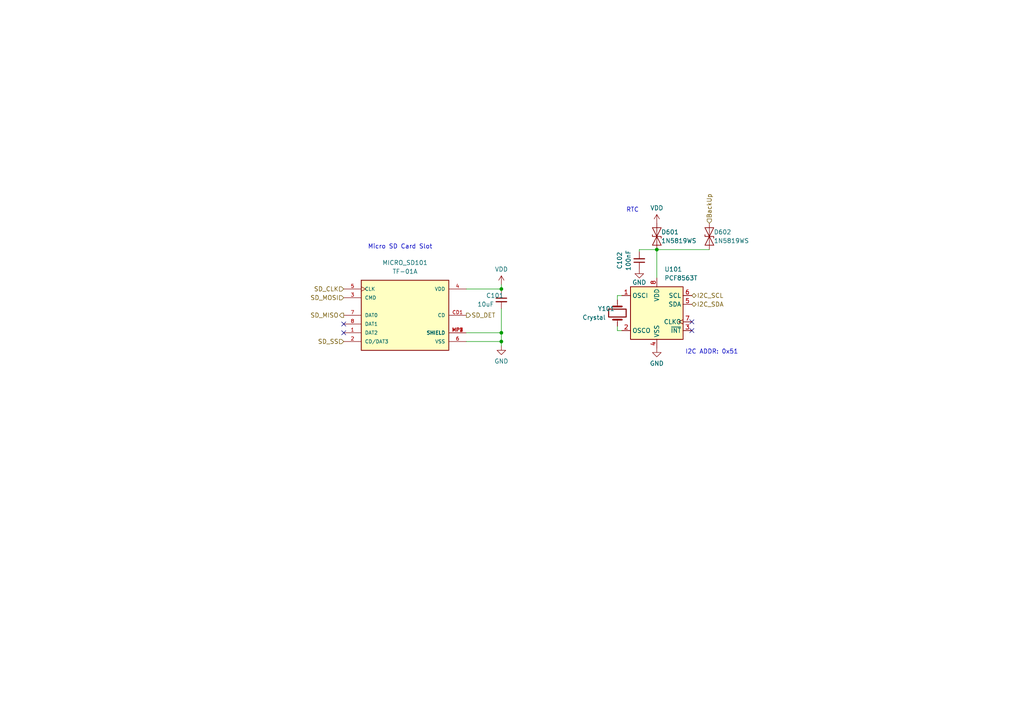
<source format=kicad_sch>
(kicad_sch
	(version 20250114)
	(generator "eeschema")
	(generator_version "9.0")
	(uuid "d339b9d8-51a7-460e-bb19-8d8c25d3e2aa")
	(paper "A4")
	(lib_symbols
		(symbol "Device:C_Small"
			(pin_numbers
				(hide yes)
			)
			(pin_names
				(offset 0.254)
				(hide yes)
			)
			(exclude_from_sim no)
			(in_bom yes)
			(on_board yes)
			(property "Reference" "C"
				(at 0.254 1.778 0)
				(effects
					(font
						(size 1.27 1.27)
					)
					(justify left)
				)
			)
			(property "Value" "C_Small"
				(at 0.254 -2.032 0)
				(effects
					(font
						(size 1.27 1.27)
					)
					(justify left)
				)
			)
			(property "Footprint" ""
				(at 0 0 0)
				(effects
					(font
						(size 1.27 1.27)
					)
					(hide yes)
				)
			)
			(property "Datasheet" "~"
				(at 0 0 0)
				(effects
					(font
						(size 1.27 1.27)
					)
					(hide yes)
				)
			)
			(property "Description" "Unpolarized capacitor, small symbol"
				(at 0 0 0)
				(effects
					(font
						(size 1.27 1.27)
					)
					(hide yes)
				)
			)
			(property "ki_keywords" "capacitor cap"
				(at 0 0 0)
				(effects
					(font
						(size 1.27 1.27)
					)
					(hide yes)
				)
			)
			(property "ki_fp_filters" "C_*"
				(at 0 0 0)
				(effects
					(font
						(size 1.27 1.27)
					)
					(hide yes)
				)
			)
			(symbol "C_Small_0_1"
				(polyline
					(pts
						(xy -1.524 0.508) (xy 1.524 0.508)
					)
					(stroke
						(width 0.3048)
						(type default)
					)
					(fill
						(type none)
					)
				)
				(polyline
					(pts
						(xy -1.524 -0.508) (xy 1.524 -0.508)
					)
					(stroke
						(width 0.3302)
						(type default)
					)
					(fill
						(type none)
					)
				)
			)
			(symbol "C_Small_1_1"
				(pin passive line
					(at 0 2.54 270)
					(length 2.032)
					(name "~"
						(effects
							(font
								(size 1.27 1.27)
							)
						)
					)
					(number "1"
						(effects
							(font
								(size 1.27 1.27)
							)
						)
					)
				)
				(pin passive line
					(at 0 -2.54 90)
					(length 2.032)
					(name "~"
						(effects
							(font
								(size 1.27 1.27)
							)
						)
					)
					(number "2"
						(effects
							(font
								(size 1.27 1.27)
							)
						)
					)
				)
			)
			(embedded_fonts no)
		)
		(symbol "Device:Crystal"
			(pin_numbers
				(hide yes)
			)
			(pin_names
				(offset 1.016)
				(hide yes)
			)
			(exclude_from_sim no)
			(in_bom yes)
			(on_board yes)
			(property "Reference" "Y"
				(at 0 3.81 0)
				(effects
					(font
						(size 1.27 1.27)
					)
				)
			)
			(property "Value" "Crystal"
				(at 0 -3.81 0)
				(effects
					(font
						(size 1.27 1.27)
					)
				)
			)
			(property "Footprint" ""
				(at 0 0 0)
				(effects
					(font
						(size 1.27 1.27)
					)
					(hide yes)
				)
			)
			(property "Datasheet" "~"
				(at 0 0 0)
				(effects
					(font
						(size 1.27 1.27)
					)
					(hide yes)
				)
			)
			(property "Description" "Two pin crystal"
				(at 0 0 0)
				(effects
					(font
						(size 1.27 1.27)
					)
					(hide yes)
				)
			)
			(property "ki_keywords" "quartz ceramic resonator oscillator"
				(at 0 0 0)
				(effects
					(font
						(size 1.27 1.27)
					)
					(hide yes)
				)
			)
			(property "ki_fp_filters" "Crystal*"
				(at 0 0 0)
				(effects
					(font
						(size 1.27 1.27)
					)
					(hide yes)
				)
			)
			(symbol "Crystal_0_1"
				(polyline
					(pts
						(xy -2.54 0) (xy -1.905 0)
					)
					(stroke
						(width 0)
						(type default)
					)
					(fill
						(type none)
					)
				)
				(polyline
					(pts
						(xy -1.905 -1.27) (xy -1.905 1.27)
					)
					(stroke
						(width 0.508)
						(type default)
					)
					(fill
						(type none)
					)
				)
				(rectangle
					(start -1.143 2.54)
					(end 1.143 -2.54)
					(stroke
						(width 0.3048)
						(type default)
					)
					(fill
						(type none)
					)
				)
				(polyline
					(pts
						(xy 1.905 -1.27) (xy 1.905 1.27)
					)
					(stroke
						(width 0.508)
						(type default)
					)
					(fill
						(type none)
					)
				)
				(polyline
					(pts
						(xy 2.54 0) (xy 1.905 0)
					)
					(stroke
						(width 0)
						(type default)
					)
					(fill
						(type none)
					)
				)
			)
			(symbol "Crystal_1_1"
				(pin passive line
					(at -3.81 0 0)
					(length 1.27)
					(name "1"
						(effects
							(font
								(size 1.27 1.27)
							)
						)
					)
					(number "1"
						(effects
							(font
								(size 1.27 1.27)
							)
						)
					)
				)
				(pin passive line
					(at 3.81 0 180)
					(length 1.27)
					(name "2"
						(effects
							(font
								(size 1.27 1.27)
							)
						)
					)
					(number "2"
						(effects
							(font
								(size 1.27 1.27)
							)
						)
					)
				)
			)
			(embedded_fonts no)
		)
		(symbol "Diode:ESD9B5.0ST5G"
			(pin_numbers
				(hide yes)
			)
			(pin_names
				(offset 1.016)
				(hide yes)
			)
			(exclude_from_sim no)
			(in_bom yes)
			(on_board yes)
			(property "Reference" "D"
				(at 0 2.54 0)
				(effects
					(font
						(size 1.27 1.27)
					)
				)
			)
			(property "Value" "ESD9B5.0ST5G"
				(at 0 -2.54 0)
				(effects
					(font
						(size 1.27 1.27)
					)
				)
			)
			(property "Footprint" "Diode_SMD:D_SOD-923"
				(at 0 0 0)
				(effects
					(font
						(size 1.27 1.27)
					)
					(hide yes)
				)
			)
			(property "Datasheet" "https://www.onsemi.com/pub/Collateral/ESD9B-D.PDF"
				(at 0 0 0)
				(effects
					(font
						(size 1.27 1.27)
					)
					(hide yes)
				)
			)
			(property "Description" "ESD protection diode, 5.0Vrwm, SOD-923"
				(at 0 0 0)
				(effects
					(font
						(size 1.27 1.27)
					)
					(hide yes)
				)
			)
			(property "ki_keywords" "diode TVS ESD"
				(at 0 0 0)
				(effects
					(font
						(size 1.27 1.27)
					)
					(hide yes)
				)
			)
			(property "ki_fp_filters" "D*SOD?923*"
				(at 0 0 0)
				(effects
					(font
						(size 1.27 1.27)
					)
					(hide yes)
				)
			)
			(symbol "ESD9B5.0ST5G_0_1"
				(polyline
					(pts
						(xy -2.54 -1.27) (xy 0 0) (xy -2.54 1.27) (xy -2.54 -1.27)
					)
					(stroke
						(width 0.2032)
						(type default)
					)
					(fill
						(type none)
					)
				)
				(polyline
					(pts
						(xy 0.508 1.27) (xy 0 1.27) (xy 0 -1.27) (xy -0.508 -1.27)
					)
					(stroke
						(width 0.2032)
						(type default)
					)
					(fill
						(type none)
					)
				)
				(polyline
					(pts
						(xy 1.27 0) (xy -1.27 0)
					)
					(stroke
						(width 0)
						(type default)
					)
					(fill
						(type none)
					)
				)
				(polyline
					(pts
						(xy 2.54 1.27) (xy 2.54 -1.27) (xy 0 0) (xy 2.54 1.27)
					)
					(stroke
						(width 0.2032)
						(type default)
					)
					(fill
						(type none)
					)
				)
			)
			(symbol "ESD9B5.0ST5G_1_1"
				(pin passive line
					(at -3.81 0 0)
					(length 2.54)
					(name "A1"
						(effects
							(font
								(size 1.27 1.27)
							)
						)
					)
					(number "1"
						(effects
							(font
								(size 1.27 1.27)
							)
						)
					)
				)
				(pin passive line
					(at 3.81 0 180)
					(length 2.54)
					(name "A2"
						(effects
							(font
								(size 1.27 1.27)
							)
						)
					)
					(number "2"
						(effects
							(font
								(size 1.27 1.27)
							)
						)
					)
				)
			)
			(embedded_fonts no)
		)
		(symbol "Timer_RTC:PCF8563T"
			(exclude_from_sim no)
			(in_bom yes)
			(on_board yes)
			(property "Reference" "U"
				(at -7.62 8.89 0)
				(effects
					(font
						(size 1.27 1.27)
					)
					(justify left)
				)
			)
			(property "Value" "PCF8563T"
				(at 2.54 8.89 0)
				(effects
					(font
						(size 1.27 1.27)
					)
					(justify left)
				)
			)
			(property "Footprint" "Package_SO:SOIC-8_3.9x4.9mm_P1.27mm"
				(at 0 0 0)
				(effects
					(font
						(size 1.27 1.27)
					)
					(hide yes)
				)
			)
			(property "Datasheet" "https://www.nxp.com/docs/en/data-sheet/PCF8563.pdf"
				(at 0 0 0)
				(effects
					(font
						(size 1.27 1.27)
					)
					(hide yes)
				)
			)
			(property "Description" "Realtime Clock/Calendar I2C Interface, SOIC-8"
				(at 0 0 0)
				(effects
					(font
						(size 1.27 1.27)
					)
					(hide yes)
				)
			)
			(property "ki_keywords" "I2C RTC Clock Calendar"
				(at 0 0 0)
				(effects
					(font
						(size 1.27 1.27)
					)
					(hide yes)
				)
			)
			(property "ki_fp_filters" "SOIC*3.9x4.9mm*P1.27mm*"
				(at 0 0 0)
				(effects
					(font
						(size 1.27 1.27)
					)
					(hide yes)
				)
			)
			(symbol "PCF8563T_0_1"
				(rectangle
					(start -7.62 7.62)
					(end 7.62 -7.62)
					(stroke
						(width 0.254)
						(type default)
					)
					(fill
						(type background)
					)
				)
			)
			(symbol "PCF8563T_1_1"
				(pin input line
					(at -10.16 5.08 0)
					(length 2.54)
					(name "OSCI"
						(effects
							(font
								(size 1.27 1.27)
							)
						)
					)
					(number "1"
						(effects
							(font
								(size 1.27 1.27)
							)
						)
					)
				)
				(pin output line
					(at -10.16 -5.08 0)
					(length 2.54)
					(name "OSCO"
						(effects
							(font
								(size 1.27 1.27)
							)
						)
					)
					(number "2"
						(effects
							(font
								(size 1.27 1.27)
							)
						)
					)
				)
				(pin power_in line
					(at 0 10.16 270)
					(length 2.54)
					(name "VDD"
						(effects
							(font
								(size 1.27 1.27)
							)
						)
					)
					(number "8"
						(effects
							(font
								(size 1.27 1.27)
							)
						)
					)
				)
				(pin power_in line
					(at 0 -10.16 90)
					(length 2.54)
					(name "VSS"
						(effects
							(font
								(size 1.27 1.27)
							)
						)
					)
					(number "4"
						(effects
							(font
								(size 1.27 1.27)
							)
						)
					)
				)
				(pin input line
					(at 10.16 5.08 180)
					(length 2.54)
					(name "SCL"
						(effects
							(font
								(size 1.27 1.27)
							)
						)
					)
					(number "6"
						(effects
							(font
								(size 1.27 1.27)
							)
						)
					)
				)
				(pin bidirectional line
					(at 10.16 2.54 180)
					(length 2.54)
					(name "SDA"
						(effects
							(font
								(size 1.27 1.27)
							)
						)
					)
					(number "5"
						(effects
							(font
								(size 1.27 1.27)
							)
						)
					)
				)
				(pin output clock
					(at 10.16 -2.54 180)
					(length 2.54)
					(name "CLKO"
						(effects
							(font
								(size 1.27 1.27)
							)
						)
					)
					(number "7"
						(effects
							(font
								(size 1.27 1.27)
							)
						)
					)
				)
				(pin output line
					(at 10.16 -5.08 180)
					(length 2.54)
					(name "~{INT}"
						(effects
							(font
								(size 1.27 1.27)
							)
						)
					)
					(number "3"
						(effects
							(font
								(size 1.27 1.27)
							)
						)
					)
				)
			)
			(embedded_fonts no)
		)
		(symbol "WOBCLibrary:TF-01A"
			(pin_names
				(offset 1.016)
			)
			(exclude_from_sim no)
			(in_bom yes)
			(on_board yes)
			(property "Reference" "MICRO_SD"
				(at -12.7 10.795 0)
				(effects
					(font
						(size 1.27 1.27)
					)
					(justify left bottom)
				)
			)
			(property "Value" "TF-01A"
				(at -12.7 -12.7 0)
				(effects
					(font
						(size 1.27 1.27)
					)
					(justify left bottom)
				)
			)
			(property "Footprint" "WOBCLibrary:TF-01A"
				(at 0 0 0)
				(effects
					(font
						(size 1.27 1.27)
					)
					(justify bottom)
					(hide yes)
				)
			)
			(property "Datasheet" ""
				(at 0 0 0)
				(effects
					(font
						(size 1.27 1.27)
					)
					(hide yes)
				)
			)
			(property "Description" "Standard Card Edge Connectors"
				(at 0 0 0)
				(effects
					(font
						(size 1.27 1.27)
					)
					(justify bottom)
					(hide yes)
				)
			)
			(property "MF" "HRO Electronics Co., Ltd."
				(at 0 0 0)
				(effects
					(font
						(size 1.27 1.27)
					)
					(justify bottom)
					(hide yes)
				)
			)
			(property "Package" "Package"
				(at 0 0 0)
				(effects
					(font
						(size 1.27 1.27)
					)
					(justify bottom)
					(hide yes)
				)
			)
			(property "Price" "None"
				(at 0 0 0)
				(effects
					(font
						(size 1.27 1.27)
					)
					(justify bottom)
					(hide yes)
				)
			)
			(property "SnapEDA_Link" "https://www.snapeda.com/parts/TF-01A/HRO+Electronics+Co.%252C+Ltd./view-part/?ref=snap"
				(at 0 0 0)
				(effects
					(font
						(size 1.27 1.27)
					)
					(justify bottom)
					(hide yes)
				)
			)
			(property "MP" "TF-01A"
				(at 0 0 0)
				(effects
					(font
						(size 1.27 1.27)
					)
					(justify bottom)
					(hide yes)
				)
			)
			(property "Availability" "Not in stock"
				(at 0 0 0)
				(effects
					(font
						(size 1.27 1.27)
					)
					(justify bottom)
					(hide yes)
				)
			)
			(property "Check_prices" "https://www.snapeda.com/parts/TF-01A/HRO+Electronics+Co.%252C+Ltd./view-part/?ref=eda"
				(at 0 0 0)
				(effects
					(font
						(size 1.27 1.27)
					)
					(justify bottom)
					(hide yes)
				)
			)
			(symbol "TF-01A_0_0"
				(rectangle
					(start -12.7 -10.16)
					(end 12.7 10.16)
					(stroke
						(width 0.254)
						(type default)
					)
					(fill
						(type background)
					)
				)
				(pin bidirectional clock
					(at -17.78 7.62 0)
					(length 5.08)
					(name "CLK"
						(effects
							(font
								(size 1.016 1.016)
							)
						)
					)
					(number "5"
						(effects
							(font
								(size 1.016 1.016)
							)
						)
					)
				)
				(pin bidirectional line
					(at -17.78 5.08 0)
					(length 5.08)
					(name "CMD"
						(effects
							(font
								(size 1.016 1.016)
							)
						)
					)
					(number "3"
						(effects
							(font
								(size 1.016 1.016)
							)
						)
					)
				)
				(pin bidirectional line
					(at -17.78 0 0)
					(length 5.08)
					(name "DAT0"
						(effects
							(font
								(size 1.016 1.016)
							)
						)
					)
					(number "7"
						(effects
							(font
								(size 1.016 1.016)
							)
						)
					)
				)
				(pin bidirectional line
					(at -17.78 -2.54 0)
					(length 5.08)
					(name "DAT1"
						(effects
							(font
								(size 1.016 1.016)
							)
						)
					)
					(number "8"
						(effects
							(font
								(size 1.016 1.016)
							)
						)
					)
				)
				(pin bidirectional line
					(at -17.78 -5.08 0)
					(length 5.08)
					(name "DAT2"
						(effects
							(font
								(size 1.016 1.016)
							)
						)
					)
					(number "1"
						(effects
							(font
								(size 1.016 1.016)
							)
						)
					)
				)
				(pin bidirectional line
					(at -17.78 -7.62 0)
					(length 5.08)
					(name "CD/DAT3"
						(effects
							(font
								(size 1.016 1.016)
							)
						)
					)
					(number "2"
						(effects
							(font
								(size 1.016 1.016)
							)
						)
					)
				)
				(pin power_in line
					(at 17.78 7.62 180)
					(length 5.08)
					(name "VDD"
						(effects
							(font
								(size 1.016 1.016)
							)
						)
					)
					(number "4"
						(effects
							(font
								(size 1.016 1.016)
							)
						)
					)
				)
				(pin passive line
					(at 17.78 0 180)
					(length 5.08)
					(name "CD"
						(effects
							(font
								(size 1.016 1.016)
							)
						)
					)
					(number "CD1"
						(effects
							(font
								(size 1.016 1.016)
							)
						)
					)
				)
				(pin power_in line
					(at 17.78 -5.08 180)
					(length 5.08)
					(name "SHIELD"
						(effects
							(font
								(size 1.016 1.016)
							)
						)
					)
					(number "MP1"
						(effects
							(font
								(size 1.016 1.016)
							)
						)
					)
				)
				(pin power_in line
					(at 17.78 -5.08 180)
					(length 5.08)
					(name "SHIELD"
						(effects
							(font
								(size 1.016 1.016)
							)
						)
					)
					(number "MP2"
						(effects
							(font
								(size 1.016 1.016)
							)
						)
					)
				)
				(pin power_in line
					(at 17.78 -5.08 180)
					(length 5.08)
					(name "SHIELD"
						(effects
							(font
								(size 1.016 1.016)
							)
						)
					)
					(number "MP3"
						(effects
							(font
								(size 1.016 1.016)
							)
						)
					)
				)
				(pin power_in line
					(at 17.78 -5.08 180)
					(length 5.08)
					(name "SHIELD"
						(effects
							(font
								(size 1.016 1.016)
							)
						)
					)
					(number "MP4"
						(effects
							(font
								(size 1.016 1.016)
							)
						)
					)
				)
				(pin power_in line
					(at 17.78 -7.62 180)
					(length 5.08)
					(name "VSS"
						(effects
							(font
								(size 1.016 1.016)
							)
						)
					)
					(number "6"
						(effects
							(font
								(size 1.016 1.016)
							)
						)
					)
				)
			)
			(embedded_fonts no)
		)
		(symbol "power:+BATT"
			(power)
			(pin_names
				(offset 0)
			)
			(exclude_from_sim no)
			(in_bom yes)
			(on_board yes)
			(property "Reference" "#PWR"
				(at 0 -3.81 0)
				(effects
					(font
						(size 1.27 1.27)
					)
					(hide yes)
				)
			)
			(property "Value" "+BATT"
				(at 0 3.556 0)
				(effects
					(font
						(size 1.27 1.27)
					)
				)
			)
			(property "Footprint" ""
				(at 0 0 0)
				(effects
					(font
						(size 1.27 1.27)
					)
					(hide yes)
				)
			)
			(property "Datasheet" ""
				(at 0 0 0)
				(effects
					(font
						(size 1.27 1.27)
					)
					(hide yes)
				)
			)
			(property "Description" "Power symbol creates a global label with name \"+BATT\""
				(at 0 0 0)
				(effects
					(font
						(size 1.27 1.27)
					)
					(hide yes)
				)
			)
			(property "ki_keywords" "global power battery"
				(at 0 0 0)
				(effects
					(font
						(size 1.27 1.27)
					)
					(hide yes)
				)
			)
			(symbol "+BATT_0_1"
				(polyline
					(pts
						(xy -0.762 1.27) (xy 0 2.54)
					)
					(stroke
						(width 0)
						(type default)
					)
					(fill
						(type none)
					)
				)
				(polyline
					(pts
						(xy 0 2.54) (xy 0.762 1.27)
					)
					(stroke
						(width 0)
						(type default)
					)
					(fill
						(type none)
					)
				)
				(polyline
					(pts
						(xy 0 0) (xy 0 2.54)
					)
					(stroke
						(width 0)
						(type default)
					)
					(fill
						(type none)
					)
				)
			)
			(symbol "+BATT_1_1"
				(pin power_in line
					(at 0 0 90)
					(length 0)
					(hide yes)
					(name "+BATT"
						(effects
							(font
								(size 1.27 1.27)
							)
						)
					)
					(number "1"
						(effects
							(font
								(size 1.27 1.27)
							)
						)
					)
				)
			)
			(embedded_fonts no)
		)
		(symbol "power:GND"
			(power)
			(pin_names
				(offset 0)
			)
			(exclude_from_sim no)
			(in_bom yes)
			(on_board yes)
			(property "Reference" "#PWR"
				(at 0 -6.35 0)
				(effects
					(font
						(size 1.27 1.27)
					)
					(hide yes)
				)
			)
			(property "Value" "GND"
				(at 0 -3.81 0)
				(effects
					(font
						(size 1.27 1.27)
					)
				)
			)
			(property "Footprint" ""
				(at 0 0 0)
				(effects
					(font
						(size 1.27 1.27)
					)
					(hide yes)
				)
			)
			(property "Datasheet" ""
				(at 0 0 0)
				(effects
					(font
						(size 1.27 1.27)
					)
					(hide yes)
				)
			)
			(property "Description" "Power symbol creates a global label with name \"GND\" , ground"
				(at 0 0 0)
				(effects
					(font
						(size 1.27 1.27)
					)
					(hide yes)
				)
			)
			(property "ki_keywords" "global power"
				(at 0 0 0)
				(effects
					(font
						(size 1.27 1.27)
					)
					(hide yes)
				)
			)
			(symbol "GND_0_1"
				(polyline
					(pts
						(xy 0 0) (xy 0 -1.27) (xy 1.27 -1.27) (xy 0 -2.54) (xy -1.27 -1.27) (xy 0 -1.27)
					)
					(stroke
						(width 0)
						(type default)
					)
					(fill
						(type none)
					)
				)
			)
			(symbol "GND_1_1"
				(pin power_in line
					(at 0 0 270)
					(length 0)
					(hide yes)
					(name "GND"
						(effects
							(font
								(size 1.27 1.27)
							)
						)
					)
					(number "1"
						(effects
							(font
								(size 1.27 1.27)
							)
						)
					)
				)
			)
			(embedded_fonts no)
		)
		(symbol "power:VDD"
			(power)
			(pin_names
				(offset 0)
			)
			(exclude_from_sim no)
			(in_bom yes)
			(on_board yes)
			(property "Reference" "#PWR"
				(at 0 -3.81 0)
				(effects
					(font
						(size 1.27 1.27)
					)
					(hide yes)
				)
			)
			(property "Value" "VDD"
				(at 0 3.81 0)
				(effects
					(font
						(size 1.27 1.27)
					)
				)
			)
			(property "Footprint" ""
				(at 0 0 0)
				(effects
					(font
						(size 1.27 1.27)
					)
					(hide yes)
				)
			)
			(property "Datasheet" ""
				(at 0 0 0)
				(effects
					(font
						(size 1.27 1.27)
					)
					(hide yes)
				)
			)
			(property "Description" "Power symbol creates a global label with name \"VDD\""
				(at 0 0 0)
				(effects
					(font
						(size 1.27 1.27)
					)
					(hide yes)
				)
			)
			(property "ki_keywords" "global power"
				(at 0 0 0)
				(effects
					(font
						(size 1.27 1.27)
					)
					(hide yes)
				)
			)
			(symbol "VDD_0_1"
				(polyline
					(pts
						(xy -0.762 1.27) (xy 0 2.54)
					)
					(stroke
						(width 0)
						(type default)
					)
					(fill
						(type none)
					)
				)
				(polyline
					(pts
						(xy 0 2.54) (xy 0.762 1.27)
					)
					(stroke
						(width 0)
						(type default)
					)
					(fill
						(type none)
					)
				)
				(polyline
					(pts
						(xy 0 0) (xy 0 2.54)
					)
					(stroke
						(width 0)
						(type default)
					)
					(fill
						(type none)
					)
				)
			)
			(symbol "VDD_1_1"
				(pin power_in line
					(at 0 0 90)
					(length 0)
					(hide yes)
					(name "VDD"
						(effects
							(font
								(size 1.27 1.27)
							)
						)
					)
					(number "1"
						(effects
							(font
								(size 1.27 1.27)
							)
						)
					)
				)
			)
			(embedded_fonts no)
		)
	)
	(text "Micro SD Card Slot"
		(exclude_from_sim no)
		(at 106.68 72.39 0)
		(effects
			(font
				(size 1.27 1.27)
			)
			(justify left bottom)
		)
		(uuid "37742fb2-78d3-4963-9f5d-4630c7042cab")
	)
	(text "RTC"
		(exclude_from_sim no)
		(at 181.61 61.722 0)
		(effects
			(font
				(size 1.27 1.27)
			)
			(justify left bottom)
		)
		(uuid "480645a6-345b-4906-b690-30f284e2d1f5")
	)
	(text "I2C ADDR: 0x51"
		(exclude_from_sim no)
		(at 198.755 102.87 0)
		(effects
			(font
				(size 1.27 1.27)
			)
			(justify left bottom)
		)
		(uuid "864b9151-9311-4f72-b338-23ad8dbc79bf")
	)
	(junction
		(at 145.415 96.52)
		(diameter 0)
		(color 0 0 0 0)
		(uuid "8c31e987-c5cf-483a-940d-28cb39067f52")
	)
	(junction
		(at 145.415 99.06)
		(diameter 0)
		(color 0 0 0 0)
		(uuid "a2482900-a0e1-4bd2-bdef-80839f06a587")
	)
	(junction
		(at 145.415 83.82)
		(diameter 0)
		(color 0 0 0 0)
		(uuid "a38409bb-b0e6-48b3-971a-1016aa5d8bfc")
	)
	(junction
		(at 190.5 72.39)
		(diameter 0)
		(color 0 0 0 0)
		(uuid "ac28d557-def5-4bd0-b15d-66b638be5668")
	)
	(no_connect
		(at 99.695 93.98)
		(uuid "2ded9b6f-dcf8-4043-9322-04dd055b8b69")
	)
	(no_connect
		(at 99.695 96.52)
		(uuid "43d5e9f5-1596-49d1-a9f2-49061b6b771c")
	)
	(no_connect
		(at 200.66 95.885)
		(uuid "e1eb202a-e9c1-4783-88d7-7eeccd8bc036")
	)
	(no_connect
		(at 200.66 93.345)
		(uuid "eb1cac15-6aca-487b-8559-d07fe7e391bd")
	)
	(wire
		(pts
			(xy 190.5 72.39) (xy 205.74 72.39)
		)
		(stroke
			(width 0)
			(type default)
		)
		(uuid "2e62dfe4-09a7-44d0-87ff-0fa59dee060c")
	)
	(wire
		(pts
			(xy 135.255 83.82) (xy 145.415 83.82)
		)
		(stroke
			(width 0)
			(type default)
		)
		(uuid "3f646044-708b-4c35-9d8a-71e4f56b5662")
	)
	(wire
		(pts
			(xy 145.415 89.535) (xy 145.415 96.52)
		)
		(stroke
			(width 0)
			(type default)
		)
		(uuid "56ea9976-10ea-421d-b88d-67c98d771abb")
	)
	(wire
		(pts
			(xy 185.42 73.025) (xy 185.42 72.39)
		)
		(stroke
			(width 0)
			(type default)
		)
		(uuid "714cd20a-8944-499a-975b-a31009af8c05")
	)
	(wire
		(pts
			(xy 190.5 72.39) (xy 190.5 80.645)
		)
		(stroke
			(width 0)
			(type default)
		)
		(uuid "80bafb65-25a3-48ae-9567-414f3b906fbe")
	)
	(wire
		(pts
			(xy 145.415 82.55) (xy 145.415 83.82)
		)
		(stroke
			(width 0)
			(type default)
		)
		(uuid "88fd2990-d69b-4067-a3aa-b0819d73d912")
	)
	(wire
		(pts
			(xy 145.415 99.06) (xy 145.415 100.33)
		)
		(stroke
			(width 0)
			(type default)
		)
		(uuid "8ec4d013-c72e-4077-a86d-3ab25aeaf476")
	)
	(wire
		(pts
			(xy 179.07 86.995) (xy 179.07 85.725)
		)
		(stroke
			(width 0)
			(type default)
		)
		(uuid "9d9af862-037b-45ad-9346-b03eca79b170")
	)
	(wire
		(pts
			(xy 135.255 96.52) (xy 145.415 96.52)
		)
		(stroke
			(width 0)
			(type default)
		)
		(uuid "ac7b3289-bedb-4083-9c53-544296ac347f")
	)
	(wire
		(pts
			(xy 135.255 99.06) (xy 145.415 99.06)
		)
		(stroke
			(width 0)
			(type default)
		)
		(uuid "ad1b3316-4e39-4c03-a459-59d41a8c5d16")
	)
	(wire
		(pts
			(xy 185.42 72.39) (xy 190.5 72.39)
		)
		(stroke
			(width 0)
			(type default)
		)
		(uuid "b25c5976-1db8-4c90-8d7f-0e39c2baef1d")
	)
	(wire
		(pts
			(xy 145.415 96.52) (xy 145.415 99.06)
		)
		(stroke
			(width 0)
			(type default)
		)
		(uuid "bdaa656a-8775-495c-bffd-713bde9576eb")
	)
	(wire
		(pts
			(xy 179.07 85.725) (xy 180.34 85.725)
		)
		(stroke
			(width 0)
			(type default)
		)
		(uuid "d6ca4650-7257-4426-a064-5477efc33442")
	)
	(wire
		(pts
			(xy 179.07 94.615) (xy 179.07 95.885)
		)
		(stroke
			(width 0)
			(type default)
		)
		(uuid "da62f090-4d79-40d8-920b-9121132fcb15")
	)
	(wire
		(pts
			(xy 145.415 83.82) (xy 145.415 84.455)
		)
		(stroke
			(width 0)
			(type default)
		)
		(uuid "dcdcf5f7-cf58-4eee-8286-54f0af596e88")
	)
	(wire
		(pts
			(xy 179.07 95.885) (xy 180.34 95.885)
		)
		(stroke
			(width 0)
			(type default)
		)
		(uuid "e57f5a2b-387a-4d37-b549-f68172c7a6a4")
	)
	(hierarchical_label "I2C_SCL"
		(shape bidirectional)
		(at 200.66 85.725 0)
		(effects
			(font
				(size 1.27 1.27)
			)
			(justify left)
		)
		(uuid "23020961-ad87-4e5a-b043-0803dfedeedb")
	)
	(hierarchical_label "SD_MOSI"
		(shape input)
		(at 99.695 86.36 180)
		(effects
			(font
				(size 1.27 1.27)
			)
			(justify right)
		)
		(uuid "53dd961b-a8b2-4030-86b1-596c9318362f")
	)
	(hierarchical_label "SD_MISO"
		(shape output)
		(at 99.695 91.44 180)
		(effects
			(font
				(size 1.27 1.27)
			)
			(justify right)
		)
		(uuid "65e3465f-9f1e-4ab0-b824-edee1bf8b051")
	)
	(hierarchical_label "SD_DET"
		(shape output)
		(at 135.255 91.44 0)
		(effects
			(font
				(size 1.27 1.27)
			)
			(justify left)
		)
		(uuid "81ab3bc4-b48a-48dc-9ee7-dc3e4e50c8be")
	)
	(hierarchical_label "I2C_SDA"
		(shape bidirectional)
		(at 200.66 88.265 0)
		(effects
			(font
				(size 1.27 1.27)
			)
			(justify left)
		)
		(uuid "b1d59416-1781-472d-82d4-fb9cf3ccf8f8")
	)
	(hierarchical_label "SD_SS"
		(shape input)
		(at 99.695 99.06 180)
		(effects
			(font
				(size 1.27 1.27)
			)
			(justify right)
		)
		(uuid "b5ab4b21-a389-474f-8239-3c227a13392b")
	)
	(hierarchical_label "BackUp"
		(shape input)
		(at 205.74 64.77 90)
		(effects
			(font
				(size 1.27 1.27)
			)
			(justify left)
		)
		(uuid "e7702407-414f-416f-9077-aff65de66887")
	)
	(hierarchical_label "SD_CLK"
		(shape input)
		(at 99.695 83.82 180)
		(effects
			(font
				(size 1.27 1.27)
			)
			(justify right)
		)
		(uuid "fa5db796-7d59-44fd-8563-6e3090351d16")
	)
	(symbol
		(lib_id "Device:C_Small")
		(at 145.415 86.995 0)
		(unit 1)
		(exclude_from_sim no)
		(in_bom yes)
		(on_board yes)
		(dnp no)
		(uuid "061e4163-88c9-43ac-915a-a1148ee67af8")
		(property "Reference" "C601"
			(at 140.97 85.725 0)
			(effects
				(font
					(size 1.27 1.27)
				)
				(justify left)
			)
		)
		(property "Value" "10uF"
			(at 138.43 88.265 0)
			(effects
				(font
					(size 1.27 1.27)
				)
				(justify left)
			)
		)
		(property "Footprint" "Capacitor_SMD:C_0603_1608Metric"
			(at 145.415 86.995 0)
			(effects
				(font
					(size 1.27 1.27)
				)
				(hide yes)
			)
		)
		(property "Datasheet" "~"
			(at 145.415 86.995 0)
			(effects
				(font
					(size 1.27 1.27)
				)
				(hide yes)
			)
		)
		(property "Description" ""
			(at 145.415 86.995 0)
			(effects
				(font
					(size 1.27 1.27)
				)
				(hide yes)
			)
		)
		(property "LCSC" "C96446"
			(at 145.415 86.995 0)
			(effects
				(font
					(size 1.27 1.27)
				)
				(hide yes)
			)
		)
		(pin "1"
			(uuid "b08793bf-57f2-48eb-8f7e-f9d336a98fc7")
		)
		(pin "2"
			(uuid "1c5020df-54f6-416f-95a8-5245c6c4dcb5")
		)
		(instances
			(project "GS"
				(path "/09ffad5f-d798-427b-afb7-94e9cea30a78/71f191a0-ae72-46c9-a8f5-926308a69c87"
					(reference "C601")
					(unit 1)
				)
			)
			(project "GS"
				(path "/920f9ee9-d8de-4f24-ad72-1c45434a67fe/2c35cf26-1e44-42e5-8139-efbe5f54c1ed"
					(reference "C20")
					(unit 1)
				)
			)
			(project "Logger"
				(path "/d339b9d8-51a7-460e-bb19-8d8c25d3e2aa"
					(reference "C101")
					(unit 1)
				)
			)
		)
	)
	(symbol
		(lib_id "WOBCLibrary:TF-01A")
		(at 117.475 91.44 0)
		(unit 1)
		(exclude_from_sim no)
		(in_bom yes)
		(on_board yes)
		(dnp no)
		(fields_autoplaced yes)
		(uuid "16e16059-d81c-4be3-9a06-e21042430304")
		(property "Reference" "MICRO_SD601"
			(at 117.475 76.2 0)
			(effects
				(font
					(size 1.27 1.27)
				)
			)
		)
		(property "Value" "TF-01A"
			(at 117.475 78.74 0)
			(effects
				(font
					(size 1.27 1.27)
				)
			)
		)
		(property "Footprint" "WOBCLibrary:TF-01A"
			(at 117.475 91.44 0)
			(effects
				(font
					(size 1.27 1.27)
				)
				(justify bottom)
				(hide yes)
			)
		)
		(property "Datasheet" ""
			(at 117.475 91.44 0)
			(effects
				(font
					(size 1.27 1.27)
				)
				(hide yes)
			)
		)
		(property "Description" "Standard Card Edge Connectors"
			(at 117.475 91.44 0)
			(effects
				(font
					(size 1.27 1.27)
				)
				(justify bottom)
				(hide yes)
			)
		)
		(property "MF" "HRO Electronics Co., Ltd."
			(at 117.475 91.44 0)
			(effects
				(font
					(size 1.27 1.27)
				)
				(justify bottom)
				(hide yes)
			)
		)
		(property "Package" "Package"
			(at 117.475 91.44 0)
			(effects
				(font
					(size 1.27 1.27)
				)
				(justify bottom)
				(hide yes)
			)
		)
		(property "Price" "None"
			(at 117.475 91.44 0)
			(effects
				(font
					(size 1.27 1.27)
				)
				(justify bottom)
				(hide yes)
			)
		)
		(property "SnapEDA_Link" "https://www.snapeda.com/parts/TF-01A/HRO+Electronics+Co.%252C+Ltd./view-part/?ref=snap"
			(at 117.475 91.44 0)
			(effects
				(font
					(size 1.27 1.27)
				)
				(justify bottom)
				(hide yes)
			)
		)
		(property "MP" "TF-01A"
			(at 117.475 91.44 0)
			(effects
				(font
					(size 1.27 1.27)
				)
				(justify bottom)
				(hide yes)
			)
		)
		(property "Availability" "Not in stock"
			(at 117.475 91.44 0)
			(effects
				(font
					(size 1.27 1.27)
				)
				(justify bottom)
				(hide yes)
			)
		)
		(property "Check_prices" "https://www.snapeda.com/parts/TF-01A/HRO+Electronics+Co.%252C+Ltd./view-part/?ref=eda"
			(at 117.475 91.44 0)
			(effects
				(font
					(size 1.27 1.27)
				)
				(justify bottom)
				(hide yes)
			)
		)
		(property "LCSC" "C5155563"
			(at 117.475 91.44 0)
			(effects
				(font
					(size 1.27 1.27)
				)
				(hide yes)
			)
		)
		(pin "1"
			(uuid "e3550bef-780d-4381-b00d-f940b1909e01")
		)
		(pin "2"
			(uuid "6ca37100-5930-4f6f-83fe-e1359c4a1ea2")
		)
		(pin "3"
			(uuid "cffd0ca1-7d47-4e59-970d-255aff017246")
		)
		(pin "4"
			(uuid "866b9867-7cfe-4b1a-ab39-77fdb4d72978")
		)
		(pin "5"
			(uuid "0ff3c34a-073d-4458-98ef-9dbfa31857cb")
		)
		(pin "6"
			(uuid "30227053-15a2-45e8-8158-331e2f4be967")
		)
		(pin "7"
			(uuid "a02784d3-438b-448b-9a2d-6771bdd78941")
		)
		(pin "8"
			(uuid "0fb8310a-8477-4579-9100-e82b576f5910")
		)
		(pin "CD1"
			(uuid "91e6ed6a-1820-41c7-8455-74334e4768de")
		)
		(pin "MP1"
			(uuid "c52a07f1-7889-470e-b13f-8165a4612627")
		)
		(pin "MP2"
			(uuid "0cd41747-5a20-48f6-8b37-19b103baf7ef")
		)
		(pin "MP3"
			(uuid "a2fe078b-de19-4be3-819b-5d78da9774f3")
		)
		(pin "MP4"
			(uuid "e5efd396-2ecc-44fb-9149-bdaf397f222f")
		)
		(instances
			(project "GS"
				(path "/09ffad5f-d798-427b-afb7-94e9cea30a78/71f191a0-ae72-46c9-a8f5-926308a69c87"
					(reference "MICRO_SD601")
					(unit 1)
				)
			)
			(project "GS"
				(path "/920f9ee9-d8de-4f24-ad72-1c45434a67fe/2c35cf26-1e44-42e5-8139-efbe5f54c1ed"
					(reference "MICRO_SD1")
					(unit 1)
				)
			)
			(project "Logger"
				(path "/d339b9d8-51a7-460e-bb19-8d8c25d3e2aa"
					(reference "MICRO_SD101")
					(unit 1)
				)
			)
		)
	)
	(symbol
		(lib_id "power:GND")
		(at 185.42 78.105 0)
		(unit 1)
		(exclude_from_sim no)
		(in_bom yes)
		(on_board yes)
		(dnp no)
		(uuid "232da5b7-13dc-44c3-b246-f89fcc82eadb")
		(property "Reference" "#PWR0603"
			(at 185.42 84.455 0)
			(effects
				(font
					(size 1.27 1.27)
				)
				(hide yes)
			)
		)
		(property "Value" "GND"
			(at 185.42 81.915 0)
			(effects
				(font
					(size 1.27 1.27)
				)
			)
		)
		(property "Footprint" ""
			(at 185.42 78.105 0)
			(effects
				(font
					(size 1.27 1.27)
				)
				(hide yes)
			)
		)
		(property "Datasheet" ""
			(at 185.42 78.105 0)
			(effects
				(font
					(size 1.27 1.27)
				)
				(hide yes)
			)
		)
		(property "Description" ""
			(at 185.42 78.105 0)
			(effects
				(font
					(size 1.27 1.27)
				)
				(hide yes)
			)
		)
		(pin "1"
			(uuid "8e036220-10bf-4fd9-853d-6a4dea067853")
		)
		(instances
			(project "GS"
				(path "/09ffad5f-d798-427b-afb7-94e9cea30a78/71f191a0-ae72-46c9-a8f5-926308a69c87"
					(reference "#PWR0603")
					(unit 1)
				)
			)
			(project "GS"
				(path "/920f9ee9-d8de-4f24-ad72-1c45434a67fe/2c35cf26-1e44-42e5-8139-efbe5f54c1ed"
					(reference "#PWR063")
					(unit 1)
				)
			)
			(project "Logger"
				(path "/d339b9d8-51a7-460e-bb19-8d8c25d3e2aa"
					(reference "#PWR0103")
					(unit 1)
				)
			)
		)
	)
	(symbol
		(lib_id "power:GND")
		(at 190.5 100.965 0)
		(unit 1)
		(exclude_from_sim no)
		(in_bom yes)
		(on_board yes)
		(dnp no)
		(fields_autoplaced yes)
		(uuid "584bd797-b4bc-478e-93f5-dbac1fefb423")
		(property "Reference" "#PWR0605"
			(at 190.5 107.315 0)
			(effects
				(font
					(size 1.27 1.27)
				)
				(hide yes)
			)
		)
		(property "Value" "GND"
			(at 190.5 105.41 0)
			(effects
				(font
					(size 1.27 1.27)
				)
			)
		)
		(property "Footprint" ""
			(at 190.5 100.965 0)
			(effects
				(font
					(size 1.27 1.27)
				)
				(hide yes)
			)
		)
		(property "Datasheet" ""
			(at 190.5 100.965 0)
			(effects
				(font
					(size 1.27 1.27)
				)
				(hide yes)
			)
		)
		(property "Description" ""
			(at 190.5 100.965 0)
			(effects
				(font
					(size 1.27 1.27)
				)
				(hide yes)
			)
		)
		(pin "1"
			(uuid "84bf30ea-9b4c-41a8-9c06-c1096f31731b")
		)
		(instances
			(project "GS"
				(path "/09ffad5f-d798-427b-afb7-94e9cea30a78/71f191a0-ae72-46c9-a8f5-926308a69c87"
					(reference "#PWR0605")
					(unit 1)
				)
			)
			(project "GS"
				(path "/920f9ee9-d8de-4f24-ad72-1c45434a67fe/2c35cf26-1e44-42e5-8139-efbe5f54c1ed"
					(reference "#PWR065")
					(unit 1)
				)
			)
			(project "Logger"
				(path "/d339b9d8-51a7-460e-bb19-8d8c25d3e2aa"
					(reference "#PWR0105")
					(unit 1)
				)
			)
		)
	)
	(symbol
		(lib_id "power:VDD")
		(at 145.415 82.55 0)
		(unit 1)
		(exclude_from_sim no)
		(in_bom yes)
		(on_board yes)
		(dnp no)
		(fields_autoplaced yes)
		(uuid "59dd57ee-b476-4311-b257-0f0b30b492e9")
		(property "Reference" "#PWR0601"
			(at 145.415 86.36 0)
			(effects
				(font
					(size 1.27 1.27)
				)
				(hide yes)
			)
		)
		(property "Value" "VDD"
			(at 145.415 78.105 0)
			(effects
				(font
					(size 1.27 1.27)
				)
			)
		)
		(property "Footprint" ""
			(at 145.415 82.55 0)
			(effects
				(font
					(size 1.27 1.27)
				)
				(hide yes)
			)
		)
		(property "Datasheet" ""
			(at 145.415 82.55 0)
			(effects
				(font
					(size 1.27 1.27)
				)
				(hide yes)
			)
		)
		(property "Description" ""
			(at 145.415 82.55 0)
			(effects
				(font
					(size 1.27 1.27)
				)
				(hide yes)
			)
		)
		(pin "1"
			(uuid "9db506b0-a6dc-46ba-ab55-45a2cbb6a30e")
		)
		(instances
			(project "GS"
				(path "/09ffad5f-d798-427b-afb7-94e9cea30a78/71f191a0-ae72-46c9-a8f5-926308a69c87"
					(reference "#PWR0601")
					(unit 1)
				)
			)
			(project "GS"
				(path "/920f9ee9-d8de-4f24-ad72-1c45434a67fe/2c35cf26-1e44-42e5-8139-efbe5f54c1ed"
					(reference "#PWR061")
					(unit 1)
				)
			)
			(project "Logger"
				(path "/d339b9d8-51a7-460e-bb19-8d8c25d3e2aa"
					(reference "#PWR0101")
					(unit 1)
				)
			)
		)
	)
	(symbol
		(lib_id "Timer_RTC:PCF8563T")
		(at 190.5 90.805 0)
		(unit 1)
		(exclude_from_sim no)
		(in_bom yes)
		(on_board yes)
		(dnp no)
		(fields_autoplaced yes)
		(uuid "7ab32ddf-9e54-440a-a97e-d60d4db0b29a")
		(property "Reference" "U601"
			(at 192.6941 78.105 0)
			(effects
				(font
					(size 1.27 1.27)
				)
				(justify left)
			)
		)
		(property "Value" "PCF8563T"
			(at 192.6941 80.645 0)
			(effects
				(font
					(size 1.27 1.27)
				)
				(justify left)
			)
		)
		(property "Footprint" "Package_SO:SOIC-8_3.9x4.9mm_P1.27mm"
			(at 190.5 90.805 0)
			(effects
				(font
					(size 1.27 1.27)
				)
				(hide yes)
			)
		)
		(property "Datasheet" "https://www.nxp.com/docs/en/data-sheet/PCF8563.pdf"
			(at 190.5 90.805 0)
			(effects
				(font
					(size 1.27 1.27)
				)
				(hide yes)
			)
		)
		(property "Description" ""
			(at 190.5 90.805 0)
			(effects
				(font
					(size 1.27 1.27)
				)
				(hide yes)
			)
		)
		(property "LCSC" "C7440"
			(at 190.5 90.805 0)
			(effects
				(font
					(size 1.27 1.27)
				)
				(hide yes)
			)
		)
		(pin "1"
			(uuid "ac0ce6a4-f475-4c05-adf3-df5d2314e128")
		)
		(pin "2"
			(uuid "bb5b38b3-7e3e-4d9f-bf36-13c4d66d3326")
		)
		(pin "3"
			(uuid "bf13711a-bf48-4cc8-bda2-9a6c1c3e0f6c")
		)
		(pin "4"
			(uuid "983f9073-0063-435a-8c2b-cb91ba8a0f48")
		)
		(pin "5"
			(uuid "7b4671dc-9552-4d00-b25c-10eb9ccd2e0c")
		)
		(pin "6"
			(uuid "e2e632ee-d418-49f8-acd6-81a437f70a00")
		)
		(pin "7"
			(uuid "d0f11bd7-0e5e-4eff-9691-3126c2f814a1")
		)
		(pin "8"
			(uuid "8d4ccb26-6210-40aa-9db6-b2835155cb83")
		)
		(instances
			(project "GS"
				(path "/09ffad5f-d798-427b-afb7-94e9cea30a78/71f191a0-ae72-46c9-a8f5-926308a69c87"
					(reference "U601")
					(unit 1)
				)
			)
			(project "GS"
				(path "/920f9ee9-d8de-4f24-ad72-1c45434a67fe/2c35cf26-1e44-42e5-8139-efbe5f54c1ed"
					(reference "U8")
					(unit 1)
				)
			)
			(project "Logger"
				(path "/d339b9d8-51a7-460e-bb19-8d8c25d3e2aa"
					(reference "U101")
					(unit 1)
				)
			)
		)
	)
	(symbol
		(lib_id "power:GND")
		(at 145.415 100.33 0)
		(unit 1)
		(exclude_from_sim no)
		(in_bom yes)
		(on_board yes)
		(dnp no)
		(fields_autoplaced yes)
		(uuid "9235200b-3fa0-4987-9c4f-ea64eac561ca")
		(property "Reference" "#PWR0602"
			(at 145.415 106.68 0)
			(effects
				(font
					(size 1.27 1.27)
				)
				(hide yes)
			)
		)
		(property "Value" "GND"
			(at 145.415 104.775 0)
			(effects
				(font
					(size 1.27 1.27)
				)
			)
		)
		(property "Footprint" ""
			(at 145.415 100.33 0)
			(effects
				(font
					(size 1.27 1.27)
				)
				(hide yes)
			)
		)
		(property "Datasheet" ""
			(at 145.415 100.33 0)
			(effects
				(font
					(size 1.27 1.27)
				)
				(hide yes)
			)
		)
		(property "Description" ""
			(at 145.415 100.33 0)
			(effects
				(font
					(size 1.27 1.27)
				)
				(hide yes)
			)
		)
		(pin "1"
			(uuid "2c13a395-b754-4519-988c-537467b3594b")
		)
		(instances
			(project "GS"
				(path "/09ffad5f-d798-427b-afb7-94e9cea30a78/71f191a0-ae72-46c9-a8f5-926308a69c87"
					(reference "#PWR0602")
					(unit 1)
				)
			)
			(project "GS"
				(path "/920f9ee9-d8de-4f24-ad72-1c45434a67fe/2c35cf26-1e44-42e5-8139-efbe5f54c1ed"
					(reference "#PWR062")
					(unit 1)
				)
			)
			(project "Logger"
				(path "/d339b9d8-51a7-460e-bb19-8d8c25d3e2aa"
					(reference "#PWR0102")
					(unit 1)
				)
			)
		)
	)
	(symbol
		(lib_id "Device:C_Small")
		(at 185.42 75.565 180)
		(unit 1)
		(exclude_from_sim no)
		(in_bom yes)
		(on_board yes)
		(dnp no)
		(uuid "b2637021-a39a-4cd4-92f3-c8fedcb5920a")
		(property "Reference" "C602"
			(at 179.705 75.565 90)
			(effects
				(font
					(size 1.27 1.27)
				)
			)
		)
		(property "Value" "100nF"
			(at 182.245 75.565 90)
			(effects
				(font
					(size 1.27 1.27)
				)
			)
		)
		(property "Footprint" "Capacitor_SMD:C_0402_1005Metric"
			(at 185.42 75.565 0)
			(effects
				(font
					(size 1.27 1.27)
				)
				(hide yes)
			)
		)
		(property "Datasheet" "~"
			(at 185.42 75.565 0)
			(effects
				(font
					(size 1.27 1.27)
				)
				(hide yes)
			)
		)
		(property "Description" ""
			(at 185.42 75.565 0)
			(effects
				(font
					(size 1.27 1.27)
				)
				(hide yes)
			)
		)
		(property "LCSC" "C1525"
			(at 185.42 75.565 0)
			(effects
				(font
					(size 1.27 1.27)
				)
				(hide yes)
			)
		)
		(pin "1"
			(uuid "965094ab-ccbc-45ac-a7c1-b7a026af4ebd")
		)
		(pin "2"
			(uuid "8cee25ae-13e2-4a0e-8d69-50b5b6d321f8")
		)
		(instances
			(project "GS"
				(path "/09ffad5f-d798-427b-afb7-94e9cea30a78/71f191a0-ae72-46c9-a8f5-926308a69c87"
					(reference "C602")
					(unit 1)
				)
			)
			(project "GS"
				(path "/920f9ee9-d8de-4f24-ad72-1c45434a67fe/2c35cf26-1e44-42e5-8139-efbe5f54c1ed"
					(reference "C21")
					(unit 1)
				)
			)
			(project "Logger"
				(path "/d339b9d8-51a7-460e-bb19-8d8c25d3e2aa"
					(reference "C102")
					(unit 1)
				)
			)
		)
	)
	(symbol
		(lib_id "power:+BATT")
		(at 190.5 64.77 0)
		(unit 1)
		(exclude_from_sim no)
		(in_bom yes)
		(on_board yes)
		(dnp no)
		(fields_autoplaced yes)
		(uuid "b6f3d322-58a2-4a45-b596-c72bce1f262b")
		(property "Reference" "#PWR0604"
			(at 190.5 68.58 0)
			(effects
				(font
					(size 1.27 1.27)
				)
				(hide yes)
			)
		)
		(property "Value" "VDD"
			(at 190.5 60.325 0)
			(effects
				(font
					(size 1.27 1.27)
				)
			)
		)
		(property "Footprint" ""
			(at 190.5 64.77 0)
			(effects
				(font
					(size 1.27 1.27)
				)
				(hide yes)
			)
		)
		(property "Datasheet" ""
			(at 190.5 64.77 0)
			(effects
				(font
					(size 1.27 1.27)
				)
				(hide yes)
			)
		)
		(property "Description" ""
			(at 190.5 64.77 0)
			(effects
				(font
					(size 1.27 1.27)
				)
				(hide yes)
			)
		)
		(pin "1"
			(uuid "0292c4f7-3f91-4f45-975b-cfab7f3c5704")
		)
		(instances
			(project "GS"
				(path "/09ffad5f-d798-427b-afb7-94e9cea30a78/71f191a0-ae72-46c9-a8f5-926308a69c87"
					(reference "#PWR0604")
					(unit 1)
				)
			)
			(project "GS"
				(path "/920f9ee9-d8de-4f24-ad72-1c45434a67fe/2c35cf26-1e44-42e5-8139-efbe5f54c1ed"
					(reference "#PWR064")
					(unit 1)
				)
			)
			(project "Logger"
				(path "/d339b9d8-51a7-460e-bb19-8d8c25d3e2aa"
					(reference "#PWR0104")
					(unit 1)
				)
			)
		)
	)
	(symbol
		(lib_id "Device:Crystal")
		(at 179.07 90.805 270)
		(unit 1)
		(exclude_from_sim no)
		(in_bom yes)
		(on_board yes)
		(dnp no)
		(uuid "e572d5d4-6615-4e6b-95eb-fd7bfe492103")
		(property "Reference" "Y601"
			(at 173.355 89.535 90)
			(effects
				(font
					(size 1.27 1.27)
				)
				(justify left)
			)
		)
		(property "Value" "Crystal"
			(at 168.91 92.075 90)
			(effects
				(font
					(size 1.27 1.27)
				)
				(justify left)
			)
		)
		(property "Footprint" "Crystal:Crystal_SMD_3215-2Pin_3.2x1.5mm"
			(at 179.07 90.805 0)
			(effects
				(font
					(size 1.27 1.27)
				)
				(hide yes)
			)
		)
		(property "Datasheet" "~"
			(at 179.07 90.805 0)
			(effects
				(font
					(size 1.27 1.27)
				)
				(hide yes)
			)
		)
		(property "Description" ""
			(at 179.07 90.805 0)
			(effects
				(font
					(size 1.27 1.27)
				)
				(hide yes)
			)
		)
		(property "LCSC" "C32346"
			(at 179.07 90.805 0)
			(effects
				(font
					(size 1.27 1.27)
				)
				(hide yes)
			)
		)
		(pin "1"
			(uuid "2018305b-639a-4cc7-855f-1ace374bf846")
		)
		(pin "2"
			(uuid "0a5e0228-aa42-4f12-9024-31be81aa6664")
		)
		(instances
			(project "GS"
				(path "/09ffad5f-d798-427b-afb7-94e9cea30a78/71f191a0-ae72-46c9-a8f5-926308a69c87"
					(reference "Y601")
					(unit 1)
				)
			)
			(project "GS"
				(path "/920f9ee9-d8de-4f24-ad72-1c45434a67fe/2c35cf26-1e44-42e5-8139-efbe5f54c1ed"
					(reference "Y1")
					(unit 1)
				)
			)
			(project "Logger"
				(path "/d339b9d8-51a7-460e-bb19-8d8c25d3e2aa"
					(reference "Y101")
					(unit 1)
				)
			)
		)
	)
	(symbol
		(lib_id "Diode:ESD9B5.0ST5G")
		(at 205.74 68.58 90)
		(unit 1)
		(exclude_from_sim no)
		(in_bom yes)
		(on_board yes)
		(dnp no)
		(uuid "f79d470d-9252-4fac-aa1a-396ff995425b")
		(property "Reference" "D602"
			(at 207.01 67.31 90)
			(effects
				(font
					(size 1.27 1.27)
				)
				(justify right)
			)
		)
		(property "Value" "1N5819WS"
			(at 207.01 69.85 90)
			(effects
				(font
					(size 1.27 1.27)
				)
				(justify right)
			)
		)
		(property "Footprint" "Diode_SMD:D_SOD-323"
			(at 205.74 68.58 0)
			(effects
				(font
					(size 1.27 1.27)
				)
				(hide yes)
			)
		)
		(property "Datasheet" ""
			(at 205.74 68.58 0)
			(effects
				(font
					(size 1.27 1.27)
				)
				(hide yes)
			)
		)
		(property "Description" ""
			(at 205.74 68.58 0)
			(effects
				(font
					(size 1.27 1.27)
				)
				(hide yes)
			)
		)
		(property "LCSC" "C191023"
			(at 205.74 68.58 0)
			(effects
				(font
					(size 1.27 1.27)
				)
				(hide yes)
			)
		)
		(pin "1"
			(uuid "10d0486e-990d-42eb-9a00-7c3d8f0bd072")
		)
		(pin "2"
			(uuid "cd9142c2-3491-419b-b2f5-1bcc9fb04906")
		)
		(instances
			(project "Tri.MR"
				(path "/09ffad5f-d798-427b-afb7-94e9cea30a78/71f191a0-ae72-46c9-a8f5-926308a69c87"
					(reference "D602")
					(unit 1)
				)
			)
		)
	)
	(symbol
		(lib_id "Diode:ESD9B5.0ST5G")
		(at 190.5 68.58 90)
		(unit 1)
		(exclude_from_sim no)
		(in_bom yes)
		(on_board yes)
		(dnp no)
		(uuid "ff9d5837-cbdb-46ed-a4c8-38d74ebfebbf")
		(property "Reference" "D601"
			(at 191.77 67.31 90)
			(effects
				(font
					(size 1.27 1.27)
				)
				(justify right)
			)
		)
		(property "Value" "1N5819WS"
			(at 191.77 69.85 90)
			(effects
				(font
					(size 1.27 1.27)
				)
				(justify right)
			)
		)
		(property "Footprint" "Diode_SMD:D_SOD-323"
			(at 190.5 68.58 0)
			(effects
				(font
					(size 1.27 1.27)
				)
				(hide yes)
			)
		)
		(property "Datasheet" ""
			(at 190.5 68.58 0)
			(effects
				(font
					(size 1.27 1.27)
				)
				(hide yes)
			)
		)
		(property "Description" ""
			(at 190.5 68.58 0)
			(effects
				(font
					(size 1.27 1.27)
				)
				(hide yes)
			)
		)
		(property "LCSC" "C191023"
			(at 190.5 68.58 0)
			(effects
				(font
					(size 1.27 1.27)
				)
				(hide yes)
			)
		)
		(pin "1"
			(uuid "85c07455-31c9-446f-a870-06148bbbab9a")
		)
		(pin "2"
			(uuid "2da10802-eed0-475f-af6d-f47d24244484")
		)
		(instances
			(project ""
				(path "/09ffad5f-d798-427b-afb7-94e9cea30a78/371b9fab-2c38-4ddb-b7b9-207fdf0685c9"
					(reference "D601")
					(unit 1)
				)
				(path "/09ffad5f-d798-427b-afb7-94e9cea30a78/71f191a0-ae72-46c9-a8f5-926308a69c87"
					(reference "D601")
					(unit 1)
				)
			)
		)
	)
)

</source>
